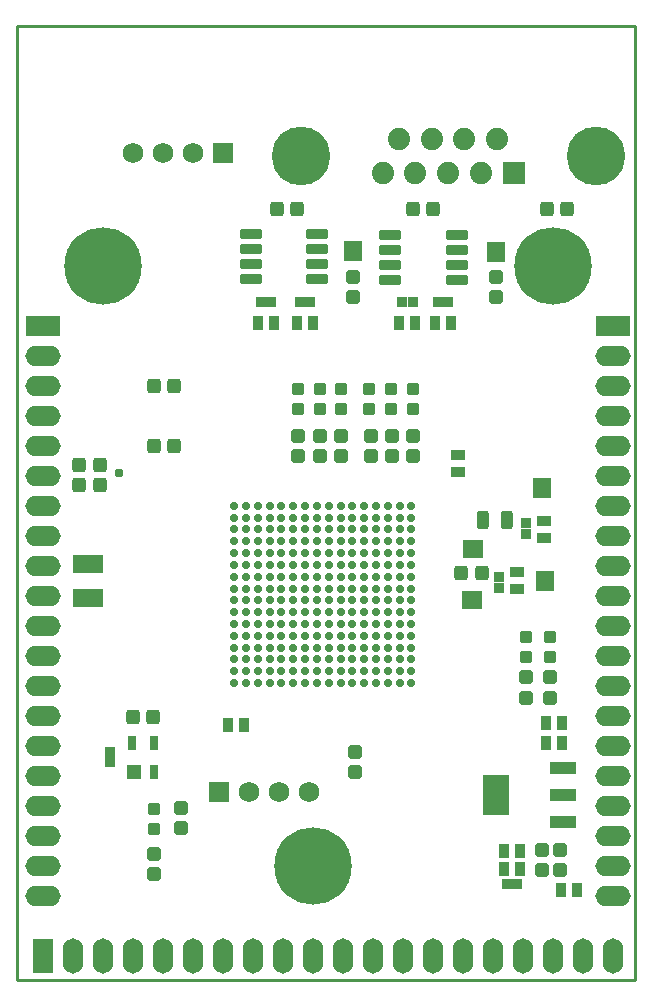
<source format=gts>
G04 Layer_Color=8388736*
%FSLAX25Y25*%
%MOIN*%
G70*
G01*
G75*
%ADD30C,0.01000*%
%ADD64R,0.10236X0.06299*%
%ADD65R,0.07087X0.06299*%
%ADD66R,0.06299X0.07087*%
%ADD67C,0.02768*%
G04:AMPARAMS|DCode=68|XSize=39.5mil|YSize=39.5mil|CornerRadius=7.94mil|HoleSize=0mil|Usage=FLASHONLY|Rotation=90.000|XOffset=0mil|YOffset=0mil|HoleType=Round|Shape=RoundedRectangle|*
%AMROUNDEDRECTD68*
21,1,0.03950,0.02362,0,0,90.0*
21,1,0.02362,0.03950,0,0,90.0*
1,1,0.01587,0.01181,0.01181*
1,1,0.01587,0.01181,-0.01181*
1,1,0.01587,-0.01181,-0.01181*
1,1,0.01587,-0.01181,0.01181*
%
%ADD68ROUNDEDRECTD68*%
G04:AMPARAMS|DCode=69|XSize=33.59mil|YSize=72.96mil|CornerRadius=5.92mil|HoleSize=0mil|Usage=FLASHONLY|Rotation=90.000|XOffset=0mil|YOffset=0mil|HoleType=Round|Shape=RoundedRectangle|*
%AMROUNDEDRECTD69*
21,1,0.03359,0.06112,0,0,90.0*
21,1,0.02175,0.07296,0,0,90.0*
1,1,0.01184,0.03056,0.01088*
1,1,0.01184,0.03056,-0.01088*
1,1,0.01184,-0.03056,-0.01088*
1,1,0.01184,-0.03056,0.01088*
%
%ADD69ROUNDEDRECTD69*%
G04:AMPARAMS|DCode=70|XSize=59.18mil|YSize=39.5mil|CornerRadius=7.94mil|HoleSize=0mil|Usage=FLASHONLY|Rotation=90.000|XOffset=0mil|YOffset=0mil|HoleType=Round|Shape=RoundedRectangle|*
%AMROUNDEDRECTD70*
21,1,0.05918,0.02362,0,0,90.0*
21,1,0.04331,0.03950,0,0,90.0*
1,1,0.01587,0.01181,0.02165*
1,1,0.01587,0.01181,-0.02165*
1,1,0.01587,-0.01181,-0.02165*
1,1,0.01587,-0.01181,0.02165*
%
%ADD70ROUNDEDRECTD70*%
G04:AMPARAMS|DCode=71|XSize=47.37mil|YSize=43.43mil|CornerRadius=8.43mil|HoleSize=0mil|Usage=FLASHONLY|Rotation=180.000|XOffset=0mil|YOffset=0mil|HoleType=Round|Shape=RoundedRectangle|*
%AMROUNDEDRECTD71*
21,1,0.04737,0.02657,0,0,180.0*
21,1,0.03051,0.04343,0,0,180.0*
1,1,0.01686,-0.01526,0.01329*
1,1,0.01686,0.01526,0.01329*
1,1,0.01686,0.01526,-0.01329*
1,1,0.01686,-0.01526,-0.01329*
%
%ADD71ROUNDEDRECTD71*%
G04:AMPARAMS|DCode=72|XSize=47.37mil|YSize=43.43mil|CornerRadius=8.43mil|HoleSize=0mil|Usage=FLASHONLY|Rotation=90.000|XOffset=0mil|YOffset=0mil|HoleType=Round|Shape=RoundedRectangle|*
%AMROUNDEDRECTD72*
21,1,0.04737,0.02657,0,0,90.0*
21,1,0.03051,0.04343,0,0,90.0*
1,1,0.01686,0.01329,0.01526*
1,1,0.01686,0.01329,-0.01526*
1,1,0.01686,-0.01329,-0.01526*
1,1,0.01686,-0.01329,0.01526*
%
%ADD72ROUNDEDRECTD72*%
%ADD73R,0.03300X0.05800*%
%ADD74R,0.04540X0.03753*%
%ADD75R,0.03753X0.04540*%
%ADD76R,0.03320X0.03320*%
%ADD77R,0.03320X0.03320*%
%ADD78R,0.05800X0.03300*%
%ADD79R,0.03162X0.04737*%
%ADD80R,0.04737X0.04737*%
%ADD81R,0.09068X0.04343*%
%ADD82R,0.09068X0.13398*%
%ADD83R,0.06902X0.06902*%
%ADD84C,0.06902*%
%ADD85C,0.19540*%
%ADD86C,0.07453*%
%ADD87R,0.07453X0.07453*%
%ADD88C,0.25800*%
%ADD89O,0.11800X0.06800*%
%ADD90R,0.11800X0.06800*%
%ADD91O,0.06800X0.11800*%
%ADD92R,0.06800X0.11800*%
%ADD93C,0.03100*%
D30*
X278000Y98000D02*
X484000D01*
Y416000D01*
X278000D02*
X484000D01*
X278000Y98000D02*
Y416000D01*
D64*
X301622Y225197D02*
D03*
X301528Y236614D02*
D03*
D65*
X430000Y241500D02*
D03*
X429500Y224500D02*
D03*
D66*
X454000Y231000D02*
D03*
X390000Y341000D02*
D03*
X437500Y340379D02*
D03*
X453150Y261858D02*
D03*
D67*
X350394Y255906D02*
D03*
X354331D02*
D03*
X358268D02*
D03*
X362205D02*
D03*
X366142D02*
D03*
X370079D02*
D03*
X374016D02*
D03*
X377953D02*
D03*
X381890D02*
D03*
X385827D02*
D03*
X389764D02*
D03*
X393701D02*
D03*
X397638D02*
D03*
X401575D02*
D03*
X405512D02*
D03*
X409449D02*
D03*
X350394Y251969D02*
D03*
X354331D02*
D03*
X358268D02*
D03*
X362205D02*
D03*
X366142D02*
D03*
X370079D02*
D03*
X374016D02*
D03*
X377953D02*
D03*
X381890D02*
D03*
X385827D02*
D03*
X389764D02*
D03*
X393701D02*
D03*
X397638D02*
D03*
X401575D02*
D03*
X405512D02*
D03*
X409449D02*
D03*
X350394Y248031D02*
D03*
X354331D02*
D03*
X358268D02*
D03*
X362205D02*
D03*
X366142D02*
D03*
X370079D02*
D03*
X374016D02*
D03*
X377953D02*
D03*
X381890D02*
D03*
X385827D02*
D03*
X389764D02*
D03*
X393701D02*
D03*
X397638D02*
D03*
X401575D02*
D03*
X405512D02*
D03*
X409449D02*
D03*
X350394Y244094D02*
D03*
X354331D02*
D03*
X358268D02*
D03*
X362205D02*
D03*
X366142D02*
D03*
X370079D02*
D03*
X374016D02*
D03*
X377953D02*
D03*
X381890D02*
D03*
X385827D02*
D03*
X389764D02*
D03*
X393701D02*
D03*
X397638D02*
D03*
X401575D02*
D03*
X405512D02*
D03*
X409449D02*
D03*
X350394Y240158D02*
D03*
X354331D02*
D03*
X358268D02*
D03*
X362205D02*
D03*
X366142D02*
D03*
X370079D02*
D03*
X374016D02*
D03*
X377953D02*
D03*
X381890D02*
D03*
X385827D02*
D03*
X389764D02*
D03*
X393701D02*
D03*
X397638D02*
D03*
X401575D02*
D03*
X405512D02*
D03*
X409449D02*
D03*
X350394Y236221D02*
D03*
X354331D02*
D03*
X358268D02*
D03*
X362205D02*
D03*
X366142D02*
D03*
X370079D02*
D03*
X374016D02*
D03*
X377953D02*
D03*
X381890D02*
D03*
X385827D02*
D03*
X389764D02*
D03*
X393701D02*
D03*
X397638D02*
D03*
X401575D02*
D03*
X405512D02*
D03*
X409449D02*
D03*
X350394Y232283D02*
D03*
X354331D02*
D03*
X358268D02*
D03*
X362205D02*
D03*
X366142D02*
D03*
X370079D02*
D03*
X374016D02*
D03*
X377953D02*
D03*
X381890D02*
D03*
X385827D02*
D03*
X389764D02*
D03*
X393701D02*
D03*
X397638D02*
D03*
X401575D02*
D03*
X405512D02*
D03*
X409449D02*
D03*
X350394Y228346D02*
D03*
X354331D02*
D03*
X358268D02*
D03*
X362205D02*
D03*
X366142D02*
D03*
X370079D02*
D03*
X374016D02*
D03*
X377953D02*
D03*
X381890D02*
D03*
X385827D02*
D03*
X389764D02*
D03*
X393701D02*
D03*
X397638D02*
D03*
X401575D02*
D03*
X405512D02*
D03*
X409449D02*
D03*
X350394Y224410D02*
D03*
X354331D02*
D03*
X358268D02*
D03*
X362205D02*
D03*
X366142D02*
D03*
X370079D02*
D03*
X374016D02*
D03*
X377953D02*
D03*
X381890D02*
D03*
X385827D02*
D03*
X389764D02*
D03*
X393701D02*
D03*
X397638D02*
D03*
X401575D02*
D03*
X405512D02*
D03*
X409449D02*
D03*
X350394Y220472D02*
D03*
X354331D02*
D03*
X358268D02*
D03*
X362205D02*
D03*
X366142D02*
D03*
X370079D02*
D03*
X374016D02*
D03*
X377953D02*
D03*
X381890D02*
D03*
X385827D02*
D03*
X389764D02*
D03*
X393701D02*
D03*
X397638D02*
D03*
X401575D02*
D03*
X405512D02*
D03*
X409449D02*
D03*
X350394Y216535D02*
D03*
X354331D02*
D03*
X358268D02*
D03*
X362205D02*
D03*
X366142D02*
D03*
X370079D02*
D03*
X374016D02*
D03*
X377953D02*
D03*
X381890D02*
D03*
X385827D02*
D03*
X389764D02*
D03*
X393701D02*
D03*
X397638D02*
D03*
X401575D02*
D03*
X405512D02*
D03*
X409449D02*
D03*
X350394Y212598D02*
D03*
X354331D02*
D03*
X358268D02*
D03*
X362205D02*
D03*
X366142D02*
D03*
X370079D02*
D03*
X374016D02*
D03*
X377953D02*
D03*
X381890D02*
D03*
X385827D02*
D03*
X389764D02*
D03*
X393701D02*
D03*
X397638D02*
D03*
X401575D02*
D03*
X405512D02*
D03*
X409449D02*
D03*
X350394Y208661D02*
D03*
X354331D02*
D03*
X358268D02*
D03*
X362205D02*
D03*
X366142D02*
D03*
X370079D02*
D03*
X374016D02*
D03*
X377953D02*
D03*
X381890D02*
D03*
X385827D02*
D03*
X389764D02*
D03*
X393701D02*
D03*
X397638D02*
D03*
X401575D02*
D03*
X405512D02*
D03*
X409449D02*
D03*
X350394Y204724D02*
D03*
X354331D02*
D03*
X358268D02*
D03*
X362205D02*
D03*
X366142D02*
D03*
X370079D02*
D03*
X374016D02*
D03*
X377953D02*
D03*
X381890D02*
D03*
X385827D02*
D03*
X389764D02*
D03*
X393701D02*
D03*
X397638D02*
D03*
X401575D02*
D03*
X405512D02*
D03*
X409449D02*
D03*
X350394Y200787D02*
D03*
X354331D02*
D03*
X358268D02*
D03*
X362205D02*
D03*
X366142D02*
D03*
X370079D02*
D03*
X374016D02*
D03*
X377953D02*
D03*
X381890D02*
D03*
X385827D02*
D03*
X389764D02*
D03*
X393701D02*
D03*
X397638D02*
D03*
X401575D02*
D03*
X405512D02*
D03*
X409449D02*
D03*
X350394Y196850D02*
D03*
X354331D02*
D03*
X358268D02*
D03*
X362205D02*
D03*
X366142D02*
D03*
X370079D02*
D03*
X374016D02*
D03*
X377953D02*
D03*
X381890D02*
D03*
X385827D02*
D03*
X389764D02*
D03*
X393701D02*
D03*
X397638D02*
D03*
X401575D02*
D03*
X405512D02*
D03*
X409449D02*
D03*
D68*
X378860Y295002D02*
D03*
Y288309D02*
D03*
X386045Y295002D02*
D03*
Y288309D02*
D03*
X395482Y295002D02*
D03*
Y288309D02*
D03*
X402667Y295002D02*
D03*
Y288309D02*
D03*
X409852Y295002D02*
D03*
Y288309D02*
D03*
X455500Y205516D02*
D03*
Y212209D02*
D03*
X447500Y205516D02*
D03*
Y212209D02*
D03*
X371675Y288309D02*
D03*
Y295002D02*
D03*
X323500Y148153D02*
D03*
Y154847D02*
D03*
D69*
X378122Y331500D02*
D03*
Y336500D02*
D03*
Y341500D02*
D03*
Y346500D02*
D03*
X355878Y331500D02*
D03*
Y336500D02*
D03*
Y341500D02*
D03*
Y346500D02*
D03*
X424508Y331083D02*
D03*
Y336083D02*
D03*
Y341083D02*
D03*
Y346083D02*
D03*
X402264Y331083D02*
D03*
Y336083D02*
D03*
Y341083D02*
D03*
Y346083D02*
D03*
D70*
X441339Y251181D02*
D03*
X433465D02*
D03*
D71*
X455500Y192016D02*
D03*
Y198709D02*
D03*
X447500Y192016D02*
D03*
Y198709D02*
D03*
X371791Y272551D02*
D03*
Y279244D02*
D03*
X378886Y272551D02*
D03*
Y279244D02*
D03*
X385980Y272551D02*
D03*
Y279244D02*
D03*
X395870Y272551D02*
D03*
Y279244D02*
D03*
X402965Y272551D02*
D03*
Y279244D02*
D03*
X410059Y272551D02*
D03*
Y279244D02*
D03*
X390000Y332347D02*
D03*
Y325654D02*
D03*
X437500Y332347D02*
D03*
Y325654D02*
D03*
X323500Y133307D02*
D03*
Y140000D02*
D03*
X332500Y148653D02*
D03*
Y155347D02*
D03*
X390748Y167323D02*
D03*
Y174016D02*
D03*
X453000Y134653D02*
D03*
Y141347D02*
D03*
X459000Y141347D02*
D03*
Y134653D02*
D03*
D72*
X454654Y355000D02*
D03*
X461346D02*
D03*
X410000D02*
D03*
X416693D02*
D03*
X364653D02*
D03*
X371346D02*
D03*
X316653Y185500D02*
D03*
X323346D02*
D03*
X323500Y296000D02*
D03*
X330193D02*
D03*
X330346Y276000D02*
D03*
X323654D02*
D03*
X432846Y233500D02*
D03*
X426154D02*
D03*
X298819Y262795D02*
D03*
X305512D02*
D03*
X298819Y269685D02*
D03*
X305512D02*
D03*
D73*
X304913Y225197D02*
D03*
X301669D02*
D03*
X298425D02*
D03*
X304819Y236614D02*
D03*
X301575D02*
D03*
X298331D02*
D03*
X428378Y241500D02*
D03*
X431622D02*
D03*
X427878Y224500D02*
D03*
X431122D02*
D03*
D74*
X444500Y228244D02*
D03*
Y233756D02*
D03*
X425000Y267244D02*
D03*
Y272756D02*
D03*
X453500Y250756D02*
D03*
Y245244D02*
D03*
D75*
X348244Y183000D02*
D03*
X353756D02*
D03*
X358244Y317000D02*
D03*
X363756D02*
D03*
X376756D02*
D03*
X371244D02*
D03*
X410756D02*
D03*
X405244D02*
D03*
X422756D02*
D03*
X417244D02*
D03*
X459756Y183500D02*
D03*
X454244D02*
D03*
X459756Y177000D02*
D03*
X454244D02*
D03*
X440244Y141000D02*
D03*
X445756D02*
D03*
X440244Y135000D02*
D03*
X445756D02*
D03*
X464756Y128000D02*
D03*
X459244D02*
D03*
D76*
X438500Y228689D02*
D03*
Y232311D02*
D03*
X309000Y174000D02*
D03*
Y170378D02*
D03*
X447500Y250311D02*
D03*
Y246689D02*
D03*
D77*
X359189Y324000D02*
D03*
X362811D02*
D03*
X375811D02*
D03*
X372189D02*
D03*
X410000D02*
D03*
X406378D02*
D03*
X421811D02*
D03*
X418189D02*
D03*
X441189Y130000D02*
D03*
X444811D02*
D03*
D78*
X454000Y232622D02*
D03*
Y229378D02*
D03*
X390000Y342622D02*
D03*
Y339378D02*
D03*
X437500Y342000D02*
D03*
Y338757D02*
D03*
X453150Y263479D02*
D03*
Y260236D02*
D03*
D79*
X316260Y176724D02*
D03*
X323740D02*
D03*
Y167276D02*
D03*
D80*
X317047D02*
D03*
D81*
X460039Y150394D02*
D03*
Y159449D02*
D03*
Y168504D02*
D03*
D82*
X437598Y159449D02*
D03*
D83*
X346772Y373622D02*
D03*
X345158Y160433D02*
D03*
D84*
X336772Y373622D02*
D03*
X326772D02*
D03*
X316772D02*
D03*
X375157Y160433D02*
D03*
X365158D02*
D03*
X355157D02*
D03*
D85*
X372496Y372590D02*
D03*
X470882D02*
D03*
D86*
X399878Y367000D02*
D03*
X416236Y378181D02*
D03*
X421689Y367000D02*
D03*
X438047Y378181D02*
D03*
X410783Y367000D02*
D03*
X427142Y378181D02*
D03*
X432594Y367000D02*
D03*
X405331Y378181D02*
D03*
D87*
X443500Y367000D02*
D03*
D88*
X456500Y336000D02*
D03*
X306500D02*
D03*
X376500Y136000D02*
D03*
D89*
X476500Y126000D02*
D03*
Y136000D02*
D03*
Y146000D02*
D03*
Y156000D02*
D03*
Y166000D02*
D03*
Y176000D02*
D03*
Y186000D02*
D03*
Y196000D02*
D03*
Y206000D02*
D03*
Y216000D02*
D03*
Y226000D02*
D03*
Y236000D02*
D03*
Y246000D02*
D03*
Y256000D02*
D03*
Y266000D02*
D03*
Y276000D02*
D03*
Y286000D02*
D03*
Y296000D02*
D03*
Y306000D02*
D03*
X286500Y126000D02*
D03*
Y136000D02*
D03*
Y146000D02*
D03*
Y156000D02*
D03*
Y166000D02*
D03*
Y176000D02*
D03*
Y186000D02*
D03*
Y196000D02*
D03*
Y206000D02*
D03*
Y216000D02*
D03*
Y226000D02*
D03*
Y236000D02*
D03*
Y246000D02*
D03*
Y256000D02*
D03*
Y266000D02*
D03*
Y276000D02*
D03*
Y286000D02*
D03*
Y296000D02*
D03*
Y306000D02*
D03*
D90*
X476500Y316000D02*
D03*
X286500D02*
D03*
D91*
X476500Y106000D02*
D03*
X466500D02*
D03*
X456500D02*
D03*
X446500D02*
D03*
X436500D02*
D03*
X426500D02*
D03*
X416500D02*
D03*
X406500D02*
D03*
X396500D02*
D03*
X386500D02*
D03*
X376500D02*
D03*
X366500D02*
D03*
X356500D02*
D03*
X346500D02*
D03*
X336500D02*
D03*
X326500D02*
D03*
X316500D02*
D03*
X306500D02*
D03*
X296500D02*
D03*
D92*
X286500D02*
D03*
D93*
X312008Y266732D02*
D03*
M02*

</source>
